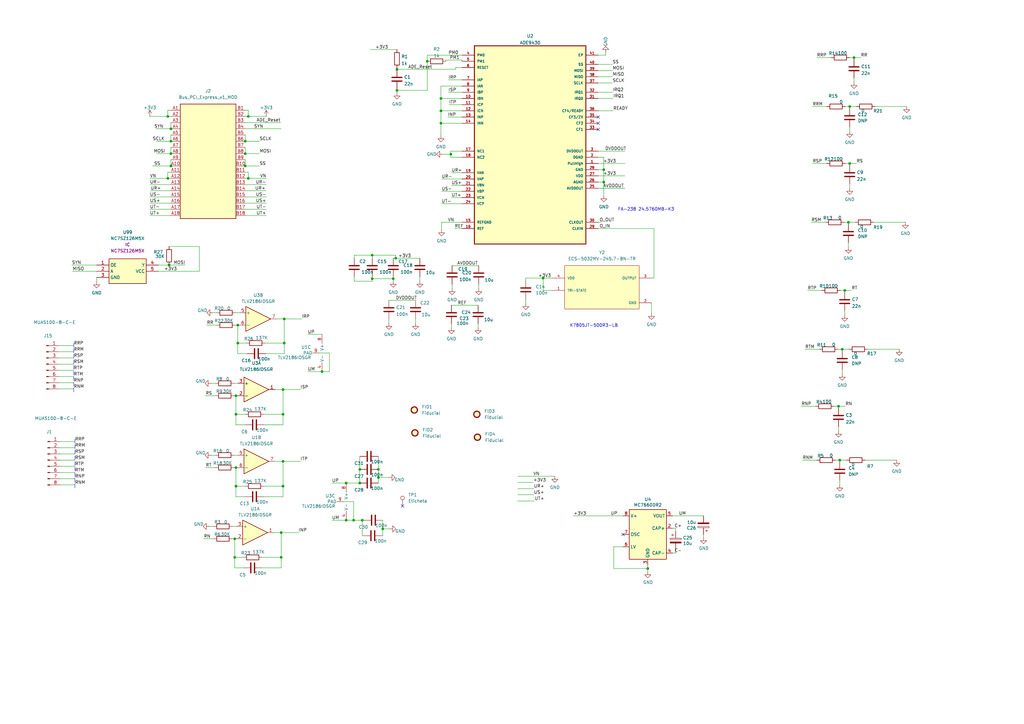
<source format=kicad_sch>
(kicad_sch (version 20211123) (generator eeschema)
  (paper "A3")
  (title_block (title "ADE Interface") (rev "4.0") (company "Delta Electronics SRL"))
  (junction (at 96.774 199.39))
  (junction (at 222.758 114.046))
  (junction (at 348.488 67.056))
  (junction (at 96.774 169.926))
  (junction (at 116.586 130.81))
  (junction (at 184.912 63.246))
  (junction (at 145.034 213.36))
  (junction (at 115.316 228.6))
  (junction (at 68.834 73.152))
  (junction (at 347.98 91.186))
  (junction (at 343.916 166.624))
  (junction (at 101.854 73.152))
  (junction (at 141.986 198.12))
  (junction (at 97.536 133.35))
  (junction (at 141.986 213.36))
  (junction (at 70.104 68.072))
  (junction (at 116.586 140.716))
  (junction (at 96.774 162.306))
  (junction (at 96.774 191.77))
  (junction (at 116.078 189.23))
  (junction (at 100.584 62.992))
  (junction (at 100.584 68.072))
  (junction (at 70.104 62.992))
  (junction (at 148.59 213.36))
  (junction (at 96.266 220.98))
  (junction (at 101.854 47.752))
  (junction (at 346.456 119.126))
  (junction (at 348.488 43.688))
  (junction (at 152.654 114.3))
  (junction (at 180.848 45.466))
  (junction (at 161.29 114.3))
  (junction (at 155.194 195.834))
  (junction (at 247.65 74.676))
  (junction (at 115.316 218.44))
  (junction (at 350.266 23.622))
  (junction (at 344.424 188.722))
  (junction (at 70.104 52.832))
  (junction (at 96.266 228.6))
  (junction (at 147.574 198.12))
  (junction (at 162.306 105.918))
  (junction (at 68.834 47.752))
  (junction (at 162.814 37.084))
  (junction (at 265.684 233.172))
  (junction (at 180.848 40.386))
  (junction (at 70.104 57.912))
  (junction (at 175.26 25.146))
  (junction (at 116.078 199.39))
  (junction (at 247.65 69.596))
  (junction (at 100.584 57.912))
  (junction (at 345.44 143.256))
  (junction (at 156.972 216.916))
  (junction (at 97.536 140.716))
  (junction (at 116.078 169.926))
  (junction (at 155.194 192.532))
  (junction (at 180.848 50.546))
  (junction (at 69.342 108.712))
  (junction (at 162.814 28.448))
  (junction (at 152.654 104.648))
  (junction (at 147.574 192.532))
  (junction (at 132.08 152.4))
  (junction (at 116.078 159.766))
  (no_connect (at 245.364 53.086))
  (no_connect (at 245.364 48.006))
  (no_connect (at 245.364 50.546))
  (no_connect (at 165.1 207.518))
  (no_connect (at 255.524 219.202))
  (wire (pts (xy 39.624 113.792) (xy 39.624 115.57)))
  (wire (pts (xy 245.364 69.596) (xy 247.65 69.596)))
  (wire (pts (xy 147.574 187.198) (xy 147.574 192.532)))
  (wire (pts (xy 347.98 99.568) (xy 347.98 101.346)))
  (wire (pts (xy 268.224 114.046) (xy 267.208 114.046)))
  (wire (pts (xy 184.912 63.246) (xy 181.61 63.246)))
  (wire (pts (xy 155.194 195.834) (xy 155.194 198.12)))
  (wire (pts (xy 70.104 55.372) (xy 70.104 57.912)))
  (wire (pts (xy 24.13 141.732) (xy 30.226 141.732)))
  (wire (pts (xy 108.966 145.034) (xy 116.586 145.034)))
  (wire (pts (xy 83.566 220.98) (xy 87.63 220.98)))
  (wire (pts (xy 275.844 226.822) (xy 277.114 226.822)))
  (wire (pts (xy 347.98 91.186) (xy 350.774 91.186)))
  (wire (pts (xy 162.306 105.918) (xy 172.212 105.918)))
  (wire (pts (xy 70.104 50.292) (xy 70.104 52.832)))
  (wire (pts (xy 159.512 130.81) (xy 159.512 132.588)))
  (wire (pts (xy 109.22 88.392) (xy 100.584 88.392)))
  (wire (pts (xy 24.13 156.972) (xy 30.226 156.972)))
  (wire (pts (xy 84.328 191.77) (xy 88.392 191.77)))
  (wire (pts (xy 255.524 224.282) (xy 251.714 224.282)))
  (wire (pts (xy 245.364 91.186) (xy 246.38 91.186)))
  (wire (pts (xy 100.584 199.39) (xy 96.774 199.39)))
  (wire (pts (xy 101.092 140.716) (xy 97.536 140.716)))
  (wire (pts (xy 181.102 73.406) (xy 189.484 73.406)))
  (wire (pts (xy 156.972 216.916) (xy 159.766 216.916)))
  (wire (pts (xy 81.788 101.092) (xy 81.788 111.252)))
  (polyline (pts (xy 30.734 180.086) (xy 30.734 200.152)))
  (wire (pts (xy 347.98 91.186) (xy 347.98 91.948)))
  (wire (pts (xy 348.488 67.056) (xy 351.282 67.056)))
  (wire (pts (xy 140.716 205.74) (xy 145.034 205.74)))
  (wire (pts (xy 189.484 24.638) (xy 189.484 25.146)))
  (wire (pts (xy 267.208 124.206) (xy 267.208 128.524)))
  (wire (pts (xy 346.456 119.126) (xy 349.25 119.126)))
  (wire (pts (xy 182.88 25.146) (xy 182.88 24.638)))
  (wire (pts (xy 345.44 143.256) (xy 345.44 144.018)))
  (wire (pts (xy 247.65 64.516) (xy 245.364 64.516)))
  (wire (pts (xy 172.212 113.538) (xy 172.212 115.316)))
  (wire (pts (xy 335.026 23.622) (xy 340.868 23.622)))
  (wire (pts (xy 64.008 57.912) (xy 70.104 57.912)))
  (wire (pts (xy 108.966 78.232) (xy 100.584 78.232)))
  (wire (pts (xy 116.586 140.716) (xy 116.586 130.81)))
  (wire (pts (xy 247.65 69.596) (xy 247.65 74.676)))
  (wire (pts (xy 346.202 91.186) (xy 347.98 91.186)))
  (wire (pts (xy 145.034 205.74) (xy 145.034 213.36)))
  (wire (pts (xy 24.638 198.882) (xy 30.734 198.882)))
  (wire (pts (xy 149.098 219.71) (xy 148.59 219.71)))
  (wire (pts (xy 115.316 52.832) (xy 100.584 52.832)))
  (wire (pts (xy 170.434 130.81) (xy 170.434 132.588)))
  (wire (pts (xy 96.266 232.918) (xy 99.822 232.918)))
  (wire (pts (xy 115.316 232.918) (xy 115.316 228.6)))
  (wire (pts (xy 96.266 232.918) (xy 96.266 228.6)))
  (wire (pts (xy 344.424 188.722) (xy 344.424 189.484)))
  (wire (pts (xy 189.484 48.006) (xy 183.642 48.006)))
  (wire (pts (xy 348.488 23.622) (xy 350.266 23.622)))
  (wire (pts (xy 29.464 108.712) (xy 39.624 108.712)))
  (wire (pts (xy 343.916 166.624) (xy 343.916 167.386)))
  (wire (pts (xy 96.774 162.306) (xy 97.536 162.306)))
  (wire (pts (xy 135.128 152.4) (xy 132.08 152.4)))
  (wire (pts (xy 196.342 116.586) (xy 196.342 118.364)))
  (wire (pts (xy 342.646 188.722) (xy 344.424 188.722)))
  (wire (pts (xy 68.834 47.752) (xy 70.104 47.752)))
  (wire (pts (xy 245.364 26.416) (xy 251.206 26.416)))
  (wire (pts (xy 24.638 188.722) (xy 30.734 188.722)))
  (wire (pts (xy 29.718 111.252) (xy 39.624 111.252)))
  (wire (pts (xy 24.13 159.512) (xy 30.226 159.512)))
  (wire (pts (xy 108.204 169.926) (xy 116.078 169.926)))
  (wire (pts (xy 161.29 114.3) (xy 161.29 115.316)))
  (wire (pts (xy 344.424 197.104) (xy 344.424 198.882)))
  (wire (pts (xy 65.024 108.712) (xy 69.342 108.712)))
  (wire (pts (xy 24.638 193.802) (xy 30.734 193.802)))
  (wire (pts (xy 68.834 73.152) (xy 70.104 73.152)))
  (wire (pts (xy 329.184 188.722) (xy 335.026 188.722)))
  (wire (pts (xy 350.266 23.622) (xy 353.06 23.622)))
  (wire (pts (xy 116.078 174.244) (xy 116.078 169.926)))
  (wire (pts (xy 107.442 228.6) (xy 115.316 228.6)))
  (wire (pts (xy 151.892 20.32) (xy 162.814 20.32)))
  (wire (pts (xy 100.584 50.292) (xy 115.062 50.292)))
  (wire (pts (xy 212.344 195.326) (xy 227.584 195.326)))
  (wire (pts (xy 69.342 101.092) (xy 81.788 101.092)))
  (wire (pts (xy 84.836 133.35) (xy 88.9 133.35)))
  (wire (pts (xy 215.646 114.046) (xy 215.646 115.062)))
  (wire (pts (xy 108.204 203.708) (xy 116.078 203.708)))
  (wire (pts (xy 180.848 45.466) (xy 189.484 45.466)))
  (wire (pts (xy 277.114 216.662) (xy 277.114 217.932)))
  (wire (pts (xy 97.536 145.034) (xy 97.536 140.716)))
  (wire (pts (xy 162.814 27.94) (xy 162.814 28.448)))
  (wire (pts (xy 109.22 73.152) (xy 101.854 73.152)))
  (wire (pts (xy 147.574 192.532) (xy 147.574 198.12)))
  (wire (pts (xy 245.364 93.726) (xy 268.224 93.726)))
  (wire (pts (xy 61.468 85.852) (xy 70.104 85.852)))
  (wire (pts (xy 96.774 174.244) (xy 100.584 174.244)))
  (wire (pts (xy 180.848 50.546) (xy 189.484 50.546)))
  (wire (pts (xy 189.484 91.186) (xy 181.102 91.186)))
  (wire (pts (xy 152.654 114.3) (xy 161.29 114.3)))
  (wire (pts (xy 70.104 65.532) (xy 70.104 68.072)))
  (wire (pts (xy 328.676 166.624) (xy 334.518 166.624)))
  (wire (pts (xy 101.854 47.752) (xy 100.584 47.752)))
  (wire (pts (xy 182.88 24.638) (xy 189.484 24.638)))
  (wire (pts (xy 189.484 61.976) (xy 184.912 61.976)))
  (wire (pts (xy 180.848 40.386) (xy 180.848 45.466)))
  (wire (pts (xy 185.166 125.222) (xy 196.088 125.222)))
  (wire (pts (xy 141.986 198.12) (xy 147.574 198.12)))
  (wire (pts (xy 185.166 81.026) (xy 189.484 81.026)))
  (wire (pts (xy 245.364 45.466) (xy 251.46 45.466)))
  (wire (pts (xy 116.586 145.034) (xy 116.586 140.716)))
  (wire (pts (xy 65.024 111.252) (xy 81.788 111.252)))
  (wire (pts (xy 108.204 199.39) (xy 116.078 199.39)))
  (wire (pts (xy 96.266 228.6) (xy 96.266 220.98)))
  (wire (pts (xy 115.316 218.44) (xy 122.428 218.44)))
  (wire (pts (xy 70.104 70.612) (xy 68.834 70.612)))
  (polyline (pts (xy 30.226 160.782) (xy 30.226 160.782)))
  (wire (pts (xy 332.74 91.186) (xy 338.582 91.186)))
  (wire (pts (xy 185.42 108.966) (xy 196.342 108.966)))
  (wire (pts (xy 215.646 122.682) (xy 215.646 124.46)))
  (wire (pts (xy 247.65 74.676) (xy 247.65 80.264)))
  (wire (pts (xy 245.364 74.676) (xy 247.65 74.676)))
  (wire (pts (xy 96.774 174.244) (xy 96.774 169.926)))
  (wire (pts (xy 275.844 211.582) (xy 288.544 211.582)))
  (wire (pts (xy 88.392 157.226) (xy 86.614 157.226)))
  (wire (pts (xy 108.204 174.244) (xy 116.078 174.244)))
  (wire (pts (xy 245.364 31.496) (xy 251.206 31.496)))
  (wire (pts (xy 350.266 32.004) (xy 350.266 33.782)))
  (wire (pts (xy 189.484 27.686) (xy 186.944 27.686)))
  (wire (pts (xy 61.468 75.692) (xy 70.104 75.692)))
  (wire (pts (xy 24.638 181.102) (xy 30.734 181.102)))
  (wire (pts (xy 248.412 22.606) (xy 248.412 21.59)))
  (wire (pts (xy 348.488 75.438) (xy 348.488 77.216)))
  (wire (pts (xy 344.424 188.722) (xy 347.218 188.722)))
  (wire (pts (xy 212.344 197.866) (xy 218.694 197.866)))
  (wire (pts (xy 132.08 137.16) (xy 126.238 137.16)))
  (wire (pts (xy 155.194 192.532) (xy 155.194 195.834)))
  (wire (pts (xy 348.488 43.688) (xy 348.488 44.45)))
  (wire (pts (xy 61.468 80.772) (xy 70.104 80.772)))
  (wire (pts (xy 61.468 88.392) (xy 70.104 88.392)))
  (wire (pts (xy 186.944 28.448) (xy 162.814 28.448)))
  (wire (pts (xy 162.814 28.448) (xy 162.814 28.702)))
  (wire (pts (xy 68.834 70.612) (xy 68.834 73.152)))
  (wire (pts (xy 186.944 27.686) (xy 186.944 28.448)))
  (wire (pts (xy 141.986 213.36) (xy 136.144 213.36)))
  (wire (pts (xy 181.102 91.186) (xy 181.102 94.234)))
  (wire (pts (xy 109.22 75.692) (xy 100.584 75.692)))
  (wire (pts (xy 355.854 143.256) (xy 368.808 143.256)))
  (wire (pts (xy 96.774 203.708) (xy 96.774 199.39)))
  (wire (pts (xy 180.848 35.306) (xy 180.848 40.386)))
  (wire (pts (xy 162.814 36.322) (xy 162.814 37.084)))
  (wire (pts (xy 100.584 45.212) (xy 101.854 45.212)))
  (wire (pts (xy 116.586 130.81) (xy 123.698 130.81)))
  (wire (pts (xy 64.262 62.992) (xy 70.104 62.992)))
  (wire (pts (xy 189.484 64.516) (xy 184.912 64.516)))
  (wire (pts (xy 185.166 132.842) (xy 185.166 134.366)))
  (wire (pts (xy 101.854 70.612) (xy 101.854 73.152)))
  (wire (pts (xy 148.59 213.36) (xy 148.59 219.71)))
  (wire (pts (xy 344.678 119.126) (xy 346.456 119.126)))
  (wire (pts (xy 245.364 34.036) (xy 251.206 34.036)))
  (wire (pts (xy 148.59 213.36) (xy 149.352 213.36)))
  (wire (pts (xy 346.71 43.688) (xy 348.488 43.688)))
  (wire (pts (xy 97.536 145.034) (xy 101.346 145.034)))
  (wire (pts (xy 180.848 40.386) (xy 189.484 40.386)))
  (wire (pts (xy 161.29 113.538) (xy 161.29 114.3)))
  (wire (pts (xy 132.08 152.4) (xy 126.238 152.4)))
  (wire (pts (xy 226.568 114.046) (xy 222.758 114.046)))
  (wire (pts (xy 185.166 70.866) (xy 189.484 70.866)))
  (wire (pts (xy 155.194 195.834) (xy 159.512 195.834)))
  (wire (pts (xy 186.436 93.726) (xy 189.484 93.726)))
  (wire (pts (xy 184.912 61.976) (xy 184.912 63.246)))
  (wire (pts (xy 109.22 47.752) (xy 101.854 47.752)))
  (wire (pts (xy 115.316 228.6) (xy 115.316 218.44)))
  (wire (pts (xy 189.484 35.306) (xy 180.848 35.306)))
  (wire (pts (xy 96.012 162.306) (xy 96.774 162.306)))
  (wire (pts (xy 212.344 202.946) (xy 218.948 202.946)))
  (wire (pts (xy 24.638 196.342) (xy 30.734 196.342)))
  (wire (pts (xy 24.13 146.812) (xy 30.226 146.812)))
  (wire (pts (xy 343.916 175.006) (xy 343.916 176.784)))
  (wire (pts (xy 24.638 191.262) (xy 30.734 191.262)))
  (wire (pts (xy 109.22 83.312) (xy 100.584 83.312)))
  (wire (pts (xy 180.848 50.546) (xy 180.848 55.626)))
  (wire (pts (xy 156.972 213.36) (xy 156.972 216.916)))
  (wire (pts (xy 185.166 75.946) (xy 189.484 75.946)))
  (wire (pts (xy 145.288 105.918) (xy 145.288 104.648)))
  (wire (pts (xy 101.854 73.152) (xy 100.584 73.152)))
  (wire (pts (xy 346.456 127.508) (xy 346.456 129.286)))
  (wire (pts (xy 87.63 215.9) (xy 85.852 215.9)))
  (wire (pts (xy 100.584 62.992) (xy 106.426 62.992)))
  (wire (pts (xy 343.662 143.256) (xy 345.44 143.256)))
  (wire (pts (xy 61.722 78.232) (xy 70.104 78.232)))
  (polyline (pts (xy 30.734 200.152) (xy 30.734 200.152)))
  (wire (pts (xy 70.104 45.212) (xy 68.834 45.212)))
  (wire (pts (xy 212.344 200.406) (xy 218.948 200.406)))
  (wire (pts (xy 189.484 32.766) (xy 183.896 32.766)))
  (wire (pts (xy 245.364 72.136) (xy 256.286 72.136)))
  (wire (pts (xy 145.288 104.648) (xy 152.654 104.648)))
  (wire (pts (xy 350.266 23.622) (xy 350.266 24.384)))
  (wire (pts (xy 100.584 70.612) (xy 101.854 70.612)))
  (wire (pts (xy 68.834 45.212) (xy 68.834 47.752)))
  (wire (pts (xy 96.774 203.708) (xy 100.584 203.708)))
  (wire (pts (xy 265.684 231.902) (xy 265.684 233.172)))
  (wire (pts (xy 235.204 211.582) (xy 255.524 211.582)))
  (wire (pts (xy 345.44 151.638) (xy 345.44 153.416)))
  (wire (pts (xy 113.538 130.81) (xy 116.586 130.81)))
  (wire (pts (xy 100.584 57.912) (xy 106.426 57.912)))
  (wire (pts (xy 162.814 37.084) (xy 162.814 38.1)))
  (wire (pts (xy 245.364 61.976) (xy 256.286 61.976)))
  (wire (pts (xy 152.654 105.918) (xy 152.654 104.648)))
  (wire (pts (xy 24.638 186.182) (xy 30.734 186.182)))
  (wire (pts (xy 107.442 232.918) (xy 115.316 232.918)))
  (wire (pts (xy 161.29 105.918) (xy 162.306 105.918)))
  (wire (pts (xy 116.078 159.766) (xy 123.19 159.766)))
  (wire (pts (xy 175.26 25.146) (xy 175.26 37.084)))
  (wire (pts (xy 88.9 128.27) (xy 87.376 128.27)))
  (wire (pts (xy 251.714 224.282) (xy 251.714 233.172)))
  (wire (pts (xy 116.078 199.39) (xy 116.078 189.23)))
  (wire (pts (xy 112.268 218.44) (xy 115.316 218.44)))
  (wire (pts (xy 348.488 43.688) (xy 351.282 43.688)))
  (wire (pts (xy 96.52 133.35) (xy 97.536 133.35)))
  (wire (pts (xy 61.468 83.312) (xy 70.104 83.312)))
  (wire (pts (xy 155.194 187.198) (xy 155.194 192.532)))
  (wire (pts (xy 116.078 189.23) (xy 123.19 189.23)))
  (wire (pts (xy 184.15 42.926) (xy 189.484 42.926)))
  (wire (pts (xy 251.714 233.172) (xy 265.684 233.172)))
  (wire (pts (xy 109.22 80.772) (xy 100.584 80.772)))
  (wire (pts (xy 116.078 169.926) (xy 116.078 159.766)))
  (wire (pts (xy 245.364 40.386) (xy 251.46 40.386)))
  (wire (pts (xy 222.758 119.126) (xy 222.758 114.046)))
  (wire (pts (xy 184.912 64.516) (xy 184.912 63.246)))
  (wire (pts (xy 96.774 169.926) (xy 96.774 162.306)))
  (wire (pts (xy 358.394 91.186) (xy 371.348 91.186)))
  (wire (pts (xy 348.488 52.07) (xy 348.488 53.848)))
  (wire (pts (xy 185.42 116.586) (xy 185.42 118.364)))
  (wire (pts (xy 99.822 228.6) (xy 96.266 228.6)))
  (wire (pts (xy 112.776 189.23) (xy 116.078 189.23)))
  (wire (pts (xy 101.854 45.212) (xy 101.854 47.752)))
  (wire (pts (xy 348.488 67.056) (xy 348.488 67.818)))
  (wire (pts (xy 141.986 198.12) (xy 136.144 198.12)))
  (wire (pts (xy 226.568 119.126) (xy 222.758 119.126)))
  (wire (pts (xy 145.034 213.36) (xy 148.59 213.36)))
  (wire (pts (xy 346.456 119.126) (xy 346.456 119.888)))
  (wire (pts (xy 354.838 188.722) (xy 367.792 188.722)))
  (wire (pts (xy 61.468 47.752) (xy 68.834 47.752)))
  (wire (pts (xy 181.102 78.486) (xy 189.484 78.486)))
  (wire (pts (xy 62.484 68.072) (xy 70.104 68.072)))
  (wire (pts (xy 152.654 114.3) (xy 152.654 115.316)))
  (wire (pts (xy 183.896 37.846) (xy 189.484 37.846)))
  (wire (pts (xy 109.22 85.852) (xy 100.584 85.852)))
  (wire (pts (xy 343.916 166.624) (xy 346.71 166.624)))
  (wire (pts (xy 152.654 104.648) (xy 162.306 104.648)))
  (wire (pts (xy 100.584 68.072) (xy 106.426 68.072)))
  (wire (pts (xy 100.584 65.532) (xy 100.584 68.072)))
  (wire (pts (xy 108.712 140.716) (xy 116.586 140.716)))
  (wire (pts (xy 346.71 67.056) (xy 348.488 67.056)))
  (wire (pts (xy 96.774 191.77) (xy 97.536 191.77)))
  (wire (pts (xy 288.544 219.202) (xy 288.544 220.472)))
  (wire (pts (xy 333.248 43.688) (xy 339.09 43.688)))
  (wire (pts (xy 345.44 143.256) (xy 348.234 143.256)))
  (wire (pts (xy 245.364 37.846) (xy 251.206 37.846)))
  (wire (pts (xy 24.13 144.272) (xy 30.226 144.272)))
  (wire (pts (xy 84.328 162.306) (xy 88.392 162.306)))
  (wire (pts (xy 212.344 205.486) (xy 219.202 205.486)))
  (wire (pts (xy 277.114 226.822) (xy 277.114 225.552)))
  (wire (pts (xy 97.536 133.35) (xy 98.298 133.35)))
  (wire (pts (xy 265.684 233.172) (xy 265.684 234.442)))
  (wire (pts (xy 333.248 67.056) (xy 339.09 67.056)))
  (wire (pts (xy 96.52 128.27) (xy 98.298 128.27)))
  (wire (pts (xy 268.224 93.726) (xy 268.224 114.046)))
  (wire (pts (xy 196.088 132.842) (xy 196.088 134.366)))
  (wire (pts (xy 95.25 220.98) (xy 96.266 220.98)))
  (wire (pts (xy 96.012 191.77) (xy 96.774 191.77)))
  (wire (pts (xy 162.814 37.084) (xy 175.26 37.084)))
  (wire (pts (xy 152.654 113.538) (xy 152.654 114.3)))
  (wire (pts (xy 100.584 60.452) (xy 100.584 62.992)))
  (wire (pts (xy 112.776 159.766) (xy 116.078 159.766)))
  (wire (pts (xy 245.364 77.216) (xy 256.286 77.216)))
  (wire (pts (xy 100.584 169.926) (xy 96.774 169.926)))
  (wire (pts (xy 24.638 183.642) (xy 30.734 183.642)))
  (wire (pts (xy 156.972 219.71) (xy 156.718 219.71)))
  (wire (pts (xy 222.758 114.046) (xy 215.646 114.046)))
  (wire (pts (xy 69.342 108.712) (xy 75.946 108.712)))
  (wire (pts (xy 145.288 113.538) (xy 145.288 115.316)))
  (wire (pts (xy 189.484 22.606) (xy 175.26 22.606)))
  (wire (pts (xy 145.034 213.36) (xy 141.986 213.36)))
  (wire (pts (xy 275.844 216.662) (xy 277.114 216.662)))
  (wire (pts (xy 61.468 73.152) (xy 68.834 73.152)))
  (wire (pts (xy 95.25 215.9) (xy 97.028 215.9)))
  (wire (pts (xy 24.13 154.432) (xy 30.226 154.432)))
  (wire (pts (xy 331.216 119.126) (xy 337.058 119.126)))
  (wire (pts (xy 130.81 144.78) (xy 135.128 144.78)))
  (wire (pts (xy 162.306 104.648) (xy 162.306 105.918)))
  (wire (pts (xy 24.13 149.352) (xy 30.226 149.352)))
  (wire (pts (xy 175.26 22.606) (xy 175.26 25.146)))
  (wire (pts (xy 342.138 166.624) (xy 343.916 166.624)))
  (wire (pts (xy 156.972 216.916) (xy 156.972 219.71)))
  (wire (pts (xy 97.536 140.716) (xy 97.536 133.35)))
  (wire (pts (xy 135.128 144.78) (xy 135.128 152.4)))
  (wire (pts (xy 96.266 220.98) (xy 97.028 220.98)))
  (wire (pts (xy 180.848 45.466) (xy 180.848 50.546)))
  (wire (pts (xy 116.078 203.708) (xy 116.078 199.39)))
  (wire (pts (xy 245.364 67.056) (xy 256.286 67.056)))
  (wire (pts (xy 247.65 64.516) (xy 247.65 69.596)))
  (wire (pts (xy 152.654 115.316) (xy 145.288 115.316)))
  (wire (pts (xy 70.104 60.452) (xy 70.104 62.992)))
  (wire (pts (xy 330.2 143.256) (xy 336.042 143.256)))
  (wire (pts (xy 245.364 28.956) (xy 251.206 28.956)))
  (wire (pts (xy 88.392 186.69) (xy 86.614 186.69)))
  (wire (pts (xy 96.012 186.69) (xy 97.536 186.69)))
  (wire (pts (xy 64.008 52.832) (xy 70.104 52.832)))
  (wire (pts (xy 245.364 22.606) (xy 248.412 22.606)))
  (wire (pts (xy 24.13 151.892) (xy 30.226 151.892)))
  (polyline (pts (xy 30.226 140.716) (xy 30.226 160.782)))
  (wire (pts (xy 358.902 43.688) (xy 371.856 43.688)))
  (wire (pts (xy 181.102 83.566) (xy 189.484 83.566)))
  (wire (pts (xy 100.584 55.372) (xy 100.584 57.912)))
  (wire (pts (xy 159.512 123.19) (xy 170.434 123.19)))
  (wire (pts (xy 96.774 199.39) (xy 96.774 191.77)))
  (wire (pts (xy 96.012 157.226) (xy 97.536 157.226)))
  (text "FA-238 24.5760MB-K3" (at 253.4158 86.7156 0) (effects (font (size 1.27 1.27)) (justify left bottom)))
  (text "K7805JT-500R3-LB" (at 233.68 134.366 0) (effects (font (size 1.27 1.27)) (justify left bottom)))
  (label "+3V3" (at 220.726 114.046 0))
  (label "C-" (at 276.606 226.822 0))
  (label "RSP" (at 30.734 186.182 0))
  (label "RS" (at 351.282 67.056 0))
  (label "RRM" (at 30.226 144.272 0))
  (label "UM" (at 278.384 211.582 0))
  (label "RRM" (at 30.734 183.642 0))
  (label "INP" (at 122.428 218.44 0))
  (label "RNM" (at 30.226 159.512 0))
  (label "US+" (at 109.22 83.312 180))
  (label "SYN" (at 29.464 108.712 0))
  (label "+3V3" (at 218.694 197.866 0))
  (label "RTP" (at 331.216 119.126 0))
  (label "SCLK" (at 67.564 57.912 180))
  (label "US-" (at 181.102 78.486 0))
  (label "REF" (at 186.436 93.726 0))
  (label "US-" (at 109.22 80.772 180))
  (label "RSM" (at 30.734 188.722 0))
  (label "RNP" (at 328.676 166.624 0))
  (label "O_OUT" (at 245.872 91.186 0))
  (label "SCLK" (at 251.206 34.036 0))
  (label "UP" (at 136.144 198.12 0))
  (label "MOSI" (at 251.206 28.956 0))
  (label "UR-" (at 181.102 73.406 0))
  (label "+3V3" (at 163.322 105.918 0))
  (label "PM0" (at 183.896 22.606 0))
  (label "RR" (at 84.836 133.35 0))
  (label "RSM" (at 30.226 149.352 0))
  (label "VN" (at 218.694 195.326 0))
  (label "MOSI" (at 67.818 62.992 180))
  (label "SCLK" (at 106.426 57.912 0))
  (label "REF" (at 187.706 125.222 0))
  (label "PM1" (at 184.404 24.638 0))
  (label "+3V3" (at 235.204 211.582 0))
  (label "VN" (at 109.22 73.152 180))
  (label "RNM" (at 329.184 188.722 0))
  (label "DVDDOUT" (at 248.158 61.976 0))
  (label "VN" (at 183.642 91.186 0))
  (label "SYN" (at 67.056 52.832 180))
  (label "RNP" (at 30.226 156.972 0))
  (label "+3V3" (at 247.396 67.056 0))
  (label "+3V3" (at 247.396 72.136 0))
  (label "RTP" (at 30.734 191.262 0))
  (label "SS" (at 106.426 68.072 0))
  (label "UP" (at 250.444 211.582 0))
  (label "UT+" (at 185.166 81.026 0))
  (label "RN" (at 346.71 166.624 0))
  (label "ITP" (at 123.19 189.23 0))
  (label "RTP" (at 30.226 151.892 0))
  (label "MISO" (at 251.206 31.496 0))
  (label "RNM" (at 30.734 198.882 0))
  (label "RSP" (at 333.248 67.056 0))
  (label "AVDDOUT" (at 187.452 108.966 0))
  (label "US+" (at 218.948 202.946 0))
  (label "MOSI" (at 106.426 62.992 0))
  (label "IRQ1" (at 251.46 40.386 0))
  (label "RRM" (at 333.248 43.688 0))
  (label "RS" (at 84.328 162.306 0))
  (label "C+" (at 276.606 216.662 0))
  (label "RRP" (at 30.226 141.732 0))
  (label "UR-" (at 61.468 75.692 0))
  (label "UT-" (at 61.468 85.852 0))
  (label "O_IN" (at 245.872 93.726 0))
  (label "UT+" (at 109.22 88.392 180))
  (label "UT+" (at 61.468 88.392 0))
  (label "RSM" (at 332.74 91.186 0))
  (label "RN" (at 83.566 220.98 0))
  (label "SS" (at 65.786 68.072 180))
  (label "UT-" (at 181.102 83.566 0))
  (label "UP" (at 126.238 137.16 0))
  (label "AVDDOUT" (at 247.396 77.216 0))
  (label "UT+" (at 219.202 205.486 0))
  (label "US+" (at 185.166 75.946 0))
  (label "DVDDOUT" (at 162.306 123.19 0))
  (label "VN" (at 61.468 73.152 0))
  (label "RRP" (at 335.026 23.622 0))
  (label "RTM" (at 30.226 154.432 0))
  (label "US+" (at 61.468 83.312 0))
  (label "RTM" (at 30.734 193.802 0))
  (label "IRQ2" (at 251.206 37.846 0))
  (label "ISP" (at 183.896 37.846 0))
  (label "US-" (at 61.468 80.772 0))
  (label "SS" (at 251.206 26.416 0))
  (label "READY" (at 251.46 45.466 0))
  (label "+3V3" (at 67.31 111.252 0))
  (label "SYN" (at 104.14 52.832 0))
  (label "UR+" (at 218.948 200.406 0))
  (label "UR+" (at 61.722 78.232 0))
  (label "MOSI" (at 75.946 108.712 180))
  (label "RT" (at 84.328 191.77 0))
  (label "UM" (at 126.238 152.4 0))
  (label "+3V3" (at 153.924 20.32 0))
  (label "RRP" (at 30.734 181.102 0))
  (label "IRP" (at 123.698 130.81 0))
  (label "RNP" (at 30.734 196.342 0))
  (label "ADE_Reset" (at 167.386 28.448 0))
  (label "ADE_Reset" (at 115.062 50.292 180))
  (label "UM" (at 136.144 213.36 0))
  (label "UR-" (at 109.22 75.692 180))
  (label "RSP" (at 30.226 146.812 0))
  (label "MISO" (at 29.718 111.252 0))
  (label "RT" (at 349.25 119.126 0))
  (label "INP" (at 183.642 48.006 0))
  (label "RTM" (at 330.2 143.256 0))
  (label "ISP" (at 123.19 159.766 0))
  (label "RR" (at 353.06 23.622 0))
  (label "UT-" (at 109.22 85.852 180))
  (label "UR+" (at 185.166 70.866 0))
  (label "IRP" (at 183.896 32.766 0))
  (label "ITP" (at 184.15 42.926 0))
  (label "UR+" (at 108.966 78.232 180))
  (symbol (lib_id "power:GND") (at 159.512 195.834 90) (unit 1)
    (property "Reference" "#PWR03" (effects hide))
    (property "Value" "GND" (at 163.8554 196.7738 90))
  )
  (symbol (lib_id "Connector:TestPoint") (at 165.1 207.518 0) (unit 1)
    (property "Reference" "TP1" (at 167.386 202.9459 0) (effects (justify left)))
    (property "Value" "Eticheta" (at 167.386 205.4859 0) (effects (justify left)))
    (property "Footprint" "Symbol:Eticheta" (effects hide))
  )
  (symbol (lib_id "power:GND") (at 172.212 115.316 0) (mirror y) (unit 1)
    (property "Reference" "#PWR0157" (effects hide))
    (property "Value" "GND" (at 172.212 119.8785 0))
  )
  (symbol (lib_id "Device:C") (at 103.632 232.918 270) (unit 1)
    (property "Reference" "C5" (at 99.4918 235.7374 90))
    (property "Value" "100n" (at 106.8578 235.1024 90))
    (property "Footprint" "Capacitor_SMD:C_0402_1005Metric" (effects hide))
  )
  (symbol (lib_id "power:GND") (at 348.488 53.848 0) (unit 1)
    (property "Reference" "#PWR09" (effects hide))
    (property "Value" "GND" (at 348.488 58.4105 0))
  )
  (symbol (lib_id "Device:C") (at 105.156 145.034 270) (unit 1)
    (property "Reference" "C16" (at 101.0158 147.8534 90))
    (property "Value" "100n" (at 108.3818 147.2184 90))
    (property "Footprint" "Capacitor_SMD:C_0402_1005Metric" (effects hide))
  )
  (symbol (lib_name "OPA2134_1") (lib_id "Amplifier_Operational:OPA2134") (at 134.62 144.78 0) (unit 3)
    (property "Reference" "U1" (at 127.5588 142.3924 0) (effects (justify right)))
    (property "Value" "TLV2186IDSGR" (at 127.6351 146.6466 0) (effects (justify right)))
    (property "Footprint" "Package_SON:WSON-8-1EP_2x2mm_P0.5mm_EP0.9x1.6mm_ThermalVias" (effects hide))
    (property "Datasheet" "http://www.ti.com/lit/ds/symlink/opa134.pdf" (effects hide))
  )
  (symbol (lib_id "power:GND") (at 85.852 215.9 270) (unit 1)
    (property "Reference" "#PWR010" (effects hide))
    (property "Value" "GND" (at 81.5086 214.9602 90))
  )
  (symbol (lib_id "Device:R") (at 351.028 188.722 90) (unit 1)
    (property "Reference" "R7" (at 355.6 191.262 90) (effects (justify right)))
    (property "Value" "0" (at 349.1614 190.5 90) (effects (justify right)))
    (property "Footprint" "Resistor_SMD:R_0402_1005Metric" (effects hide))
  )
  (symbol (lib_id "Device:C") (at 152.908 219.71 270) (unit 1)
    (property "Reference" "C29" (at 148.7678 222.5294 90))
    (property "Value" "100n" (at 156.1338 221.8944 90))
    (property "Footprint" "Capacitor_SMD:C_0402_1005Metric" (effects hide))
  )
  (symbol (lib_id "Device:R") (at 92.71 128.27 270) (unit 1)
    (property "Reference" "R20" (at 91.8015 126.492 90) (effects (justify right)))
    (property "Value" "0" (at 94.5766 126.492 90) (effects (justify right)))
    (property "Footprint" "Resistor_SMD:R_0402_1005Metric" (effects hide))
  )
  (symbol (lib_id "Device:C") (at 145.288 109.728 0) (unit 1)
    (property "Reference" "C2" (at 147.3454 107.2388 0) (effects (justify left)))
    (property "Value" "100n" (at 148.209 111.5946 0) (effects (justify left)))
    (property "Footprint" "Capacitor_SMD:C_0603_1608Metric" (effects hide))
  )
  (symbol (lib_name "OPA2134_1") (lib_id "Amplifier_Operational:OPA2134") (at 144.526 205.74 0) (unit 3)
    (property "Reference" "U3" (at 137.4648 203.3524 0) (effects (justify right)))
    (property "Value" "TLV2186IDSGR" (at 137.5411 207.6066 0) (effects (justify right)))
    (property "Footprint" "Package_SON:WSON-8-1EP_2x2mm_P0.5mm_EP0.9x1.6mm_ThermalVias" (effects hide))
    (property "Datasheet" "http://www.ti.com/lit/ds/symlink/opa134.pdf" (effects hide))
  )
  (symbol (lib_id "Device:CP") (at 288.544 215.392 180) (unit 1)
    (property "Reference" "C26" (at 285.5468 216.5604 0) (effects (justify left)))
    (property "Value" "10u" (at 285.5468 214.249 0) (effects (justify left)))
    (property "Footprint" "Capacitor_SMD:C_1206_3216Metric" (effects hide))
  )
  (symbol (lib_id "Buffer3S:NC7SZ126M5X") (at 39.624 108.712 0) (unit 1)
    (property "Reference" "U99" (at 52.324 95.25 0))
    (property "Value" "NC7SZ126M5X" (at 52.324 97.79 0))
    (property "Footprint" "Buffer3S:Buffer3S" (effects hide))
    (property "Reference_1" "IC" (at 52.324 100.33 0))
    (property "Value_1" "NC7SZ126M5X" (at 52.324 102.87 0))
    (property "Footprint_1" "SOT95P280X145-5N" (effects hide))
    (property "Height" "1.45" (effects hide))
    (property "Manufacturer_Name" "onsemi" (effects hide))
    (property "Manufacturer_Part_Number" "NC7SZ126M5X" (effects hide))
    (property "Mouser Part Number" "512-NC7SZ126M5X" (effects hide))
    (property "Mouser Price/Stock" "https://www.mouser.co.uk/ProductDetail/ON-Semiconductor-Fairchild/NC7SZ126M5X?qs=HZXUBxYhOPmLzNTkuMx7Mg%3D%3D" (effects hide))
    (property "Arrow Part Number" "NC7SZ126M5X" (effects hide))
    (property "Arrow Price/Stock" "https://www.arrow.com/en/products/nc7sz126m5x/on-semiconductor?region=nac" (effects hide))
  )
  (symbol (lib_id "Device:CP") (at 277.114 221.742 0) (unit 1)
    (property "Reference" "C25" (at 280.1112 220.5736 0) (effects (justify left)))
    (property "Value" "10u" (at 280.1112 222.885 0) (effects (justify left)))
    (property "Footprint" "Capacitor_SMD:C_1206_3216Metric" (effects hide))
  )
  (symbol (lib_id "Device:R") (at 338.836 188.722 270) (unit 1)
    (property "Reference" "R5" (at 337.9275 186.944 90) (effects (justify right)))
    (property "Value" "0" (at 341.63 186.8424 90) (effects (justify right)))
    (property "Footprint" "Resistor_SMD:R_0402_1005Metric" (effects hide))
  )
  (symbol (lib_id "power:GND") (at 343.916 176.784 0) (unit 1)
    (property "Reference" "#PWR01" (effects hide))
    (property "Value" "GND" (at 343.916 181.3465 0))
  )
  (symbol (lib_id "Device:C") (at 196.088 129.032 0) (mirror y) (unit 1)
    (property "Reference" "C24" (at 193.167 128.1235 0) (effects (justify left)))
    (property "Value" "10u" (at 202.2856 131.0894 0) (effects (justify left)))
    (property "Footprint" "Capacitor_SMD:C_1206_3216Metric" (effects hide))
  )
  (symbol (lib_id "power:GND") (at 215.646 124.46 0) (unit 1)
    (property "Reference" "#PWR0161" (effects hide))
    (property "Value" "GND" (at 215.646 129.0225 0))
  )
  (symbol (lib_id "Device:R") (at 355.092 43.688 90) (unit 1)
    (property "Reference" "R21" (at 358.14 45.466 90) (effects (justify right)))
    (property "Value" "0" (at 353.2254 45.466 90) (effects (justify right)))
    (property "Footprint" "Resistor_SMD:R_0402_1005Metric" (effects hide))
  )
  (symbol (lib_id "Device:R") (at 91.44 220.98 270) (unit 1)
    (property "Reference" "R6" (at 90.5315 219.202 90) (effects (justify right)))
    (property "Value" "30K" (at 94.4626 219.1004 90) (effects (justify right)))
    (property "Footprint" "Resistor_SMD:R_0402_1005Metric" (effects hide))
  )
  (symbol (lib_id "Device:C") (at 346.456 123.698 0) (unit 1)
    (property "Reference" "C7" (at 349.377 122.7895 0) (effects (justify left)))
    (property "Value" "22n" (at 349.377 125.5646 0) (effects (justify left)))
    (property "Footprint" "Capacitor_SMD:C_0402_1005Metric" (effects hide))
  )
  (symbol (lib_id "power:GND") (at 367.792 188.722 0) (unit 1)
    (property "Reference" "#PWR017" (effects hide))
    (property "Value" "GND" (at 367.792 193.2845 0))
  )
  (symbol (lib_id "power:GND") (at 161.29 115.316 0) (unit 1)
    (property "Reference" "#PWR0158" (effects hide))
    (property "Value" "GND" (at 161.29 119.8785 0))
  )
  (symbol (lib_id "Device:R") (at 339.852 143.256 270) (unit 1)
    (property "Reference" "R11" (at 338.9435 141.478 90) (effects (justify right)))
    (property "Value" "0" (at 342.646 141.3764 90) (effects (justify right)))
    (property "Footprint" "Resistor_SMD:R_0402_1005Metric" (effects hide))
  )
  (symbol (lib_id "power:GND") (at 39.624 115.57 0) (unit 1)
    (property "Reference" "#PWR0104" (effects hide))
    (property "Value" "GND" (at 39.624 120.1325 0))
  )
  (symbol (lib_id "Regulator_SwitchedCapacitor:LMC7660") (at 265.684 219.202 0) (unit 1)
    (property "Reference" "U4" (at 265.684 204.8002 0))
    (property "Value" "MC7660DR2" (at 265.684 207.1116 0))
    (property "Footprint" "Package_SO:SO-8_3.9x4.9mm_P1.27mm" (effects hide))
    (property "Datasheet" "http://www.ti.com/lit/ds/symlink/lmc7660.pdf" (effects hide))
  )
  (symbol (lib_id "power:GND") (at 185.42 118.364 0) (unit 1)
    (property "Reference" "#PWR0166" (effects hide))
    (property "Value" "GND" (at 185.42 122.9265 0))
  )
  (symbol (lib_id "power:GND") (at 371.348 91.186 0) (unit 1)
    (property "Reference" "#PWR019" (effects hide))
    (property "Value" "GND" (at 371.348 95.7485 0))
  )
  (symbol (lib_id "ECS-5032:ECS-5032MV-245.7-BN-TR") (at 246.888 116.586 0) (unit 1)
    (property "Reference" "Y2" (at 246.888 103.5812 0))
    (property "Value" "ECS-5032MV-245.7-BN-TR" (at 246.888 106.1212 0))
    (property "Footprint" "Oscillator:OSC_ECS-5032MV-245.7-BN-TR" (effects hide))
  )
  (symbol (lib_id "Amplifier_Operational:OPA2134") (at 105.156 159.766 0) (unit 1)
    (property "Reference" "U3" (at 105.156 148.9456 0))
    (property "Value" "TLV2186IDSGR" (at 105.156 151.4856 0))
    (property "Footprint" "Package_SON:WSON-8-1EP_2x2mm_P0.5mm_EP0.9x1.6mm_ThermalVias" (effects hide))
    (property "Datasheet" "http://www.ti.com/lit/ds/symlink/opa134.pdf" (effects hide))
  )
  (symbol (lib_id "Device:R") (at 92.202 186.69 270) (unit 1)
    (property "Reference" "R16" (at 91.2935 184.912 90) (effects (justify right)))
    (property "Value" "0" (at 94.0686 184.912 90) (effects (justify right)))
    (property "Footprint" "Resistor_SMD:R_0402_1005Metric" (effects hide))
  )
  (symbol (lib_id "Device:R") (at 342.9 43.688 270) (unit 1)
    (property "Reference" "R15" (at 343.662 39.37 90) (effects (justify right)))
    (property "Value" "0" (at 345.694 41.8084 90) (effects (justify right)))
    (property "Footprint" "Resistor_SMD:R_0402_1005Metric" (effects hide))
  )
  (symbol (lib_id "Device:C") (at 151.384 192.532 270) (unit 1)
    (property "Reference" "C27" (at 147.2438 195.3514 90))
    (property "Value" "100n" (at 154.6098 194.7164 90))
    (property "Footprint" "Capacitor_SMD:C_0402_1005Metric" (effects hide))
  )
  (symbol (lib_id "power:+3.3V") (at 61.468 47.752 0) (unit 1)
    (property "Reference" "#PWR011" (effects hide))
    (property "Value" "+3.3V" (at 61.468 44.1475 0))
  )
  (symbol (lib_id "Device:R") (at 338.328 166.624 270) (unit 1)
    (property "Reference" "R4" (at 337.4195 164.846 90) (effects (justify right)))
    (property "Value" "100" (at 341.122 164.7444 90) (effects (justify right)))
    (property "Footprint" "Resistor_SMD:R_0402_1005Metric" (effects hide))
  )
  (symbol (lib_id "power:GND") (at 87.376 128.27 270) (unit 1)
    (property "Reference" "#PWR016" (effects hide))
    (property "Value" "GND" (at 83.0326 127.3302 90))
  )
  (symbol (lib_id "power:GND") (at 86.614 186.69 270) (unit 1)
    (property "Reference" "#PWR015" (effects hide))
    (property "Value" "GND" (at 82.2706 185.7502 90))
  )
  (symbol (lib_id "Device:C") (at 152.654 109.728 0) (unit 1)
    (property "Reference" "C15" (at 154.7114 107.2388 0) (effects (justify left)))
    (property "Value" "100n" (at 155.575 111.5946 0) (effects (justify left)))
    (property "Footprint" "Capacitor_SMD:C_0402_1005Metric" (effects hide))
  )
  (symbol (lib_id "power:+3.3V") (at 109.22 47.752 0) (mirror y) (unit 1)
    (property "Reference" "#PWR012" (effects hide))
    (property "Value" "+3.3V" (at 109.22 44.1475 0))
  )
  (symbol (lib_id "power:GND") (at 170.434 132.588 0) (mirror y) (unit 1)
    (property "Reference" "#PWR0155" (effects hide))
    (property "Value" "GND" (at 170.434 137.1505 0))
  )
  (symbol (lib_id "power:GND") (at 162.814 38.1 0) (unit 1)
    (property "Reference" "#PWR0169" (effects hide))
    (property "Value" "GND" (at 162.814 42.6625 0))
  )
  (symbol (lib_id "Device:C") (at 151.384 187.198 270) (unit 1)
    (property "Reference" "C31" (at 147.2438 190.0174 90))
    (property "Value" "100n" (at 154.6098 189.3824 90))
    (property "Footprint" "Capacitor_SMD:C_0402_1005Metric" (effects hide))
  )
  (symbol (lib_id "Device:C") (at 196.342 112.776 0) (mirror y) (unit 1)
    (property "Reference" "C20" (at 193.421 111.8675 0) (effects (justify left)))
    (property "Value" "10u" (at 202.5396 114.8334 0) (effects (justify left)))
    (property "Footprint" "Capacitor_SMD:C_1206_3216Metric" (effects hide))
  )
  (symbol (lib_id "power:GND") (at 159.512 132.588 0) (unit 1)
    (property "Reference" "#PWR0156" (effects hide))
    (property "Value" "GND" (at 159.512 137.1505 0))
  )
  (symbol (lib_id "Device:C") (at 161.29 109.728 0) (unit 1)
    (property "Reference" "C17" (at 163.3474 107.2388 0) (effects (justify left)))
    (property "Value" "100n" (at 164.211 111.5946 0) (effects (justify left)))
    (property "Footprint" "Capacitor_SMD:C_0402_1005Metric" (effects hide))
  )
  (symbol (lib_id "power:GND") (at 185.166 134.366 0) (unit 1)
    (property "Reference" "#PWR0164" (effects hide))
    (property "Value" "GND" (at 185.166 138.9285 0))
  )
  (symbol (lib_id "power:GND") (at 345.44 153.416 0) (unit 1)
    (property "Reference" "#PWR05" (effects hide))
    (property "Value" "GND" (at 345.44 157.9785 0))
  )
  (symbol (lib_id "Mechanical:Fiducial") (at 169.926 168.148 0) (unit 1)
    (property "Reference" "FID1" (at 172.974 166.8779 0) (effects (justify left)))
    (property "Value" "Fiducial" (at 172.974 169.4179 0) (effects (justify left)))
    (property "Footprint" "Fiducial:Fiducial_1mm_Mask2mm" (effects hide))
  )
  (symbol (lib_id "Device:C") (at 348.488 71.628 0) (unit 1)
    (property "Reference" "C9" (at 351.409 70.7195 0) (effects (justify left)))
    (property "Value" "22n" (at 351.409 73.4946 0) (effects (justify left)))
    (property "Footprint" "Capacitor_SMD:C_0402_1005Metric" (effects hide))
  )
  (symbol (lib_id "power:GND") (at 196.088 134.366 0) (mirror y) (unit 1)
    (property "Reference" "#PWR0162" (effects hide))
    (property "Value" "GND" (at 196.088 138.9285 0))
  )
  (symbol (lib_id "power:GND") (at 267.208 128.524 0) (unit 1)
    (property "Reference" "#PWR0160" (effects hide))
    (property "Value" "GND" (at 267.208 133.0865 0))
  )
  (symbol (lib_id "power:GND") (at 247.65 80.264 0) (unit 1)
    (property "Reference" "#PWR0159" (effects hide))
    (property "Value" "GND" (at 247.65 84.8265 0))
  )
  (symbol (lib_id "Device:R") (at 92.71 133.35 270) (unit 1)
    (property "Reference" "R22" (at 91.8015 131.572 90) (effects (justify right)))
    (property "Value" "30K" (at 95.7326 131.4704 90) (effects (justify right)))
    (property "Footprint" "Resistor_SMD:R_0402_1005Metric" (effects hide))
  )
  (symbol (lib_id "Device:R") (at 92.202 162.306 270) (unit 1)
    (property "Reference" "R9" (at 91.2935 160.528 90) (effects (justify right)))
    (property "Value" "30K" (at 95.2246 160.4264 90) (effects (justify right)))
    (property "Footprint" "Resistor_SMD:R_0402_1005Metric" (effects hide))
  )
  (symbol (lib_id "Device:R") (at 354.584 91.186 90) (unit 1)
    (property "Reference" "R19" (at 358.14 93.218 90) (effects (justify right)))
    (property "Value" "0" (at 352.7174 92.964 90) (effects (justify right)))
    (property "Footprint" "Resistor_SMD:R_0402_1005Metric" (effects hide))
  )
  (symbol (lib_id "Device:R") (at 91.44 215.9 270) (unit 1)
    (property "Reference" "R3" (at 90.5315 214.122 90) (effects (justify right)))
    (property "Value" "0" (at 93.3066 214.122 90) (effects (justify right)))
    (property "Footprint" "Resistor_SMD:R_0402_1005Metric" (effects hide))
  )
  (symbol (lib_id "Device:R") (at 344.678 23.622 270) (unit 1)
    (property "Reference" "R14" (at 343.7695 21.844 90) (effects (justify right)))
    (property "Value" "100" (at 347.472 21.7424 90) (effects (justify right)))
    (property "Footprint" "Resistor_SMD:R_0402_1005Metric" (effects hide))
  )
  (symbol (lib_id "Device:C") (at 215.646 118.872 0) (unit 1)
    (property "Reference" "C14" (at 219.6846 117.6019 0) (effects (justify left)))
    (property "Value" "100n" (at 219.6846 120.1419 0) (effects (justify left)))
    (property "Footprint" "Capacitor_SMD:C_0402_1005Metric" (effects hide))
  )
  (symbol (lib_id "Device:C") (at 185.42 112.776 0) (unit 1)
    (property "Reference" "C19" (at 187.8838 110.363 0) (effects (justify left)))
    (property "Value" "100n" (at 188.341 114.6426 0) (effects (justify left)))
    (property "Footprint" "Capacitor_SMD:C_0402_1005Metric" (effects hide))
  )
  (symbol (lib_id "power:GND") (at 248.412 21.59 180) (unit 1)
    (property "Reference" "#PWR0151" (effects hide))
    (property "Value" "GND" (at 248.412 17.0275 90))
  )
  (symbol (lib_id "Device:C") (at 104.394 203.708 270) (unit 1)
    (property "Reference" "C13" (at 100.2538 206.5274 90))
    (property "Value" "100n" (at 107.6198 205.8924 90))
    (property "Footprint" "Capacitor_SMD:C_0402_1005Metric" (effects hide))
  )
  (symbol (lib_id "Device:R") (at 352.044 143.256 90) (unit 1)
    (property "Reference" "R17" (at 355.6 145.034 90) (effects (justify right)))
    (property "Value" "0" (at 350.1774 145.034 90) (effects (justify right)))
    (property "Footprint" "Resistor_SMD:R_0402_1005Metric" (effects hide))
  )
  (symbol (lib_id "Interface:Bus_PCI_Express_x1_MOD") (at 85.344 64.262 0) (unit 1)
    (property "Reference" "J2" (at 85.344 37.338 0))
    (property "Value" "Bus_PCI_Express_x1_MOD" (at 85.344 39.878 0))
    (property "Footprint" "Connector_PCBEdge:BUS_PCIexpress_x1" (effects hide))
    (property "Datasheet" "http://www.ritrontek.com/uploadfile/2016/1026/20161026105231124.pdf#page=63" (effects hide))
  )
  (symbol (lib_id "Device:C") (at 159.512 127 0) (unit 1)
    (property "Reference" "C21" (at 162.433 126.0915 0) (effects (justify left)))
    (property "Value" "100n" (at 162.433 128.8666 0) (effects (justify left)))
    (property "Footprint" "Capacitor_SMD:C_0402_1005Metric" (effects hide))
  )
  (symbol (lib_id "Device:C") (at 151.384 198.12 270) (unit 1)
    (property "Reference" "C28" (at 147.2438 200.9394 90))
    (property "Value" "100n" (at 154.6098 200.3044 90))
    (property "Footprint" "Capacitor_SMD:C_0402_1005Metric" (effects hide))
  )
  (symbol (lib_id "power:GND") (at 86.614 157.226 270) (unit 1)
    (property "Reference" "#PWR014" (effects hide))
    (property "Value" "GND" (at 82.2706 156.2862 90))
  )
  (symbol (lib_id "Device:R") (at 340.868 119.126 270) (unit 1)
    (property "Reference" "R10" (at 339.9595 117.348 90) (effects (justify right)))
    (property "Value" "100" (at 343.662 117.2464 90) (effects (justify right)))
    (property "Footprint" "Resistor_SMD:R_0402_1005Metric" (effects hide))
  )
  (symbol (lib_id "Analog:ADE9430") (at 217.424 56.896 0) (unit 1)
    (property "Reference" "U2" (at 217.424 14.7533 0))
    (property "Value" "ADE9430" (at 217.424 17.5284 0))
    (property "Footprint" "Package_QFP:ADE9430" (effects hide))
    (property "OC_FARNELL" "unknown" (effects hide))
    (property "OC_NEWARK" "07P8991" (effects hide))
    (property "MPN" "AD9115BCPZ" (effects hide))
    (property "PACKAGE" "LFCSP-40" (effects hide))
    (property "SUPPLIER" "Analog Devices" (effects hide))
  )
  (symbol (lib_id "Device:R") (at 104.394 199.39 270) (unit 1)
    (property "Reference" "R25" (at 103.4855 197.612 90) (effects (justify right)))
    (property "Value" "137K" (at 109.3978 197.2056 90) (effects (justify right)))
    (property "Footprint" "Resistor_SMD:R_0402_1005Metric" (effects hide))
  )
  (symbol (lib_id "Device:R") (at 162.814 24.13 180) (unit 1)
    (property "Reference" "R1" (at 164.592 23.2215 0) (effects (justify right)))
    (property "Value" "1k" (at 164.592 25.9966 0) (effects (justify right)))
    (property "Footprint" "Resistor_SMD:R_0402_1005Metric" (effects hide))
  )
  (symbol (lib_id "power:GND") (at 344.424 198.882 0) (unit 1)
    (property "Reference" "#PWR02" (effects hide))
    (property "Value" "GND" (at 344.424 203.4445 0))
  )
  (symbol (lib_id "power:GND") (at 196.342 118.364 0) (mirror y) (unit 1)
    (property "Reference" "#PWR0165" (effects hide))
    (property "Value" "GND" (at 196.342 122.9265 0))
  )
  (symbol (lib_id "Device:C") (at 104.394 174.244 270) (unit 1)
    (property "Reference" "C6" (at 100.2538 177.0634 90))
    (property "Value" "100n" (at 107.6198 176.4284 90))
    (property "Footprint" "Capacitor_SMD:C_0402_1005Metric" (effects hide))
  )
  (symbol (lib_id "Device:R") (at 103.632 228.6 270) (unit 1)
    (property "Reference" "R23" (at 102.7235 226.822 90) (effects (justify right)))
    (property "Value" "137K" (at 108.6358 226.4156 90) (effects (justify right)))
    (property "Footprint" "Resistor_SMD:R_0402_1005Metric" (effects hide))
  )
  (symbol (lib_id "Amplifier_Operational:OPA2134") (at 105.918 130.81 0) (unit 2)
    (property "Reference" "U3" (at 105.918 121.0564 0))
    (property "Value" "TLV2186IDSGR" (at 105.918 123.5964 0))
    (property "Footprint" "Package_SON:WSON-8-1EP_2x2mm_P0.5mm_EP0.9x1.6mm_ThermalVias" (effects hide))
    (property "Datasheet" "http://www.ti.com/lit/ds/symlink/opa134.pdf" (effects hide))
  )
  (symbol (lib_id "Device:R") (at 92.202 191.77 270) (unit 1)
    (property "Reference" "R18" (at 91.2935 189.992 90) (effects (justify right)))
    (property "Value" "30K" (at 95.2246 189.8904 90) (effects (justify right)))
    (property "Footprint" "Resistor_SMD:R_0402_1005Metric" (effects hide))
  )
  (symbol (lib_id "Device:C") (at 343.916 171.196 0) (unit 1)
    (property "Reference" "C3" (at 346.837 170.2875 0) (effects (justify left)))
    (property "Value" "22n" (at 346.837 173.0626 0) (effects (justify left)))
    (property "Footprint" "Capacitor_SMD:C_0402_1005Metric" (effects hide))
  )
  (symbol (lib_id "Device:R") (at 104.394 169.926 270) (unit 1)
    (property "Reference" "R24" (at 103.4855 168.148 90) (effects (justify right)))
    (property "Value" "137K" (at 109.3978 167.7416 90) (effects (justify right)))
    (property "Footprint" "Resistor_SMD:R_0402_1005Metric" (effects hide))
  )
  (symbol (lib_id "power:GND") (at 181.61 63.246 270) (unit 1)
    (property "Reference" "#PWR0172" (effects hide))
    (property "Value" "GND" (at 177.0475 63.246 90))
  )
  (symbol (lib_id "power:GND") (at 181.102 94.234 0) (unit 1)
    (property "Reference" "#PWR0170" (effects hide))
    (property "Value" "GND" (at 181.102 98.7965 0))
  )
  (symbol (lib_id "Device:C") (at 344.424 193.294 0) (unit 1)
    (property "Reference" "C4" (at 347.98 192.0239 0) (effects (justify left)))
    (property "Value" "DNP" (at 347.98 194.5639 0) (effects (justify left)))
    (property "Footprint" "Capacitor_SMD:C_0402_1005Metric" (effects hide))
  )
  (symbol (lib_id "Amplifier_Operational:OPA2134") (at 105.156 189.23 0) (unit 2)
    (property "Reference" "U1" (at 105.156 179.4256 0))
    (property "Value" "TLV2186IDSGR" (at 105.156 181.9656 0))
    (property "Footprint" "Package_SON:WSON-8-1EP_2x2mm_P0.5mm_EP0.9x1.6mm_ThermalVias" (effects hide))
    (property "Datasheet" "http://www.ti.com/lit/ds/symlink/lm358.pdf" (effects hide))
  )
  (symbol (lib_id "Mechanical:Fiducial") (at 170.18 177.546 0) (unit 1)
    (property "Reference" "FID2" (at 173.228 176.2759 0) (effects (justify left)))
    (property "Value" "Fiducial" (at 173.228 178.8159 0) (effects (justify left)))
    (property "Footprint" "Fiducial:Fiducial_1mm_Mask2mm" (effects hide))
  )
  (symbol (lib_id "Mechanical:Fiducial") (at 195.834 179.324 0) (unit 1)
    (property "Reference" "FID4" (at 198.882 178.0539 0) (effects (justify left)))
    (property "Value" "Fiducial" (at 198.882 180.5939 0) (effects (justify left)))
    (property "Footprint" "Fiducial:Fiducial_1mm_Mask2mm" (effects hide))
  )
  (symbol (lib_id "power:GND") (at 348.488 77.216 0) (unit 1)
    (property "Reference" "#PWR06" (effects hide))
    (property "Value" "GND" (at 348.488 81.7785 0))
  )
  (symbol (lib_id "Device:R") (at 179.07 25.146 90) (unit 1)
    (property "Reference" "R2" (at 179.07 20.1635 90))
    (property "Value" "1k" (at 179.07 22.9386 90))
    (property "Footprint" "Resistor_SMD:R_0402_1005Metric" (effects hide))
  )
  (symbol (lib_id "power:GND") (at 346.456 129.286 0) (unit 1)
    (property "Reference" "#PWR04" (effects hide))
    (property "Value" "GND" (at 346.456 133.8485 0))
  )
  (symbol (lib_id "power:GND") (at 265.684 234.442 0) (unit 1)
    (property "Reference" "#PWR0103" (effects hide))
    (property "Value" "GND" (at 265.811 238.8362 0))
  )
  (symbol (lib_id "power:GND") (at 347.98 101.346 0) (unit 1)
    (property "Reference" "#PWR07" (effects hide))
    (property "Value" "GND" (at 347.98 105.9085 0))
  )
  (symbol (lib_id "power:GND") (at 350.266 33.782 0) (unit 1)
    (property "Reference" "#PWR08" (effects hide))
    (property "Value" "GND" (at 350.266 38.3445 0))
  )
  (symbol (lib_id "Device:R") (at 92.202 157.226 270) (unit 1)
    (property "Reference" "R8" (at 91.2935 155.448 90) (effects (justify right)))
    (property "Value" "0" (at 94.0686 155.448 90) (effects (justify right)))
    (property "Footprint" "Resistor_SMD:R_0402_1005Metric" (effects hide))
  )
  (symbol (lib_id "Device:R") (at 104.902 140.716 270) (unit 1)
    (property "Reference" "R26" (at 103.9935 138.938 90) (effects (justify right)))
    (property "Value" "137K" (at 109.9058 138.5316 90) (effects (justify right)))
    (property "Footprint" "Resistor_SMD:R_0402_1005Metric" (effects hide))
  )
  (symbol (lib_id "Device:C") (at 162.814 32.512 0) (unit 1)
    (property "Reference" "C1" (at 165.735 31.6035 0) (effects (justify left)))
    (property "Value" "22n" (at 165.735 34.3786 0) (effects (justify left)))
    (property "Footprint" "Capacitor_SMD:C_0402_1005Metric" (effects hide))
  )
  (symbol (lib_id "Device:C") (at 153.162 213.36 270) (unit 1)
    (property "Reference" "C30" (at 149.0218 216.1794 90))
    (property "Value" "100n" (at 156.3878 215.5444 90))
    (property "Footprint" "Capacitor_SMD:C_0402_1005Metric" (effects hide))
  )
  (symbol (lib_id "power:GND") (at 227.584 195.326 0) (unit 1)
    (property "Reference" "#PWR013" (effects hide))
    (property "Value" "GND" (at 227.584 199.8885 0))
  )
  (symbol (lib_id "Device:C") (at 185.166 129.032 0) (unit 1)
    (property "Reference" "C23" (at 188.3918 130.6322 0) (effects (justify left)))
    (property "Value" "100n" (at 187.2234 132.6388 0) (effects (justify left)))
    (property "Footprint" "Capacitor_SMD:C_0402_1005Metric" (effects hide))
  )
  (symbol (lib_id "Device:R") (at 342.392 91.186 270) (unit 1)
    (property "Reference" "R13" (at 341.4835 89.408 90) (effects (justify right)))
    (property "Value" "0" (at 345.186 89.3064 90) (effects (justify right)))
    (property "Footprint" "Resistor_SMD:R_0402_1005Metric" (effects hide))
  )
  (symbol (lib_id "Device:C") (at 170.434 127 0) (mirror y) (unit 1)
    (property "Reference" "C22" (at 176.2252 124.2314 0) (effects (justify left)))
    (property "Value" "10u" (at 176.6316 129.0574 0) (effects (justify left)))
    (property "Footprint" "Capacitor_SMD:C_1206_3216Metric" (effects hide))
  )
  (symbol (lib_id "Connector:Conn_01x08_Male") (at 19.05 149.352 0) (unit 1)
    (property "Reference" "J15" (at 19.685 137.6893 0))
    (property "Value" "MUAS100-8-C-E" (at 22.3774 132.207 0))
    (property "Footprint" "Connector_PinHeader_2.54mm:PinHeader_1x08_P2.54mm_Vertical" (effects hide))
  )
  (symbol (lib_id "Device:C") (at 172.212 109.728 0) (mirror y) (unit 1)
    (property "Reference" "C18" (at 169.291 108.8195 0) (effects (justify left)))
    (property "Value" "10u" (at 178.4096 111.7854 0) (effects (justify left)))
    (property "Footprint" "Capacitor_SMD:C_1206_3216Metric" (effects hide))
  )
  (symbol (lib_id "power:GND") (at 180.848 55.626 0) (unit 1)
    (property "Reference" "#PWR0101" (effects hide))
    (property "Value" "GND" (at 180.848 60.1885 0))
  )
  (symbol (lib_id "power:GND") (at 159.766 216.916 90) (unit 1)
    (property "Reference" "#PWR021" (effects hide))
    (property "Value" "GND" (at 164.1094 217.8558 90))
  )
  (symbol (lib_id "Device:C") (at 345.44 147.828 0) (unit 1)
    (property "Reference" "C8" (at 349.25 146.5579 0) (effects (justify left)))
    (property "Value" "DNP" (at 349.25 149.0979 0) (effects (justify left)))
    (property "Footprint" "Capacitor_SMD:C_0402_1005Metric" (effects hide))
  )
  (symbol (lib_id "Amplifier_Operational:OPA2134") (at 104.648 218.44 0) (unit 1)
    (property "Reference" "U1" (at 104.648 208.6356 0))
    (property "Value" "TLV2186IDSGR" (at 104.648 211.1756 0))
    (property "Footprint" "Package_SON:WSON-8-1EP_2x2mm_P0.5mm_EP0.9x1.6mm_ThermalVias" (effects hide))
    (property "Datasheet" "http://www.ti.com/lit/ds/symlink/lm358.pdf" (effects hide))
  )
  (symbol (lib_id "Device:R") (at 342.9 67.056 270) (unit 1)
    (property "Reference" "R12" (at 341.9915 65.278 90) (effects (justify right)))
    (property "Value" "100" (at 345.694 65.1764 90) (effects (justify right)))
    (property "Footprint" "Resistor_SMD:R_0402_1005Metric" (effects hide))
  )
  (symbol (lib_id "Mechanical:Fiducial") (at 195.58 169.926 0) (unit 1)
    (property "Reference" "FID3" (at 198.628 168.6559 0) (effects (justify left)))
    (property "Value" "Fiducial" (at 198.628 171.1959 0) (effects (justify left)))
    (property "Footprint" "Fiducial:Fiducial_1mm_Mask2mm" (effects hide))
  )
  (symbol (lib_id "Connector:Conn_01x08_Male") (at 19.558 188.722 0) (unit 1)
    (property "Reference" "J1" (at 20.193 177.0593 0))
    (property "Value" "MUAS100-8-C-E" (at 22.8854 171.577 0))
    (property "Footprint" "Connector_JST:A2501-SR08-XH8AWB" (effects hide))
  )
  (symbol (lib_id "power:GND") (at 288.544 220.472 0) (unit 1)
    (property "Reference" "#PWR0102" (effects hide))
    (property "Value" "GND" (at 288.671 224.8662 0))
  )
  (symbol (lib_id "power:GND") (at 368.808 143.256 0) (unit 1)
    (property "Reference" "#PWR018" (effects hide))
    (property "Value" "GND" (at 368.808 147.8185 0))
  )
  (symbol (lib_id "Device:C") (at 347.98 95.758 0) (unit 1)
    (property "Reference" "C10" (at 351.79 94.4879 0) (effects (justify left)))
    (property "Value" "DNP" (at 351.79 97.0279 0) (effects (justify left)))
    (property "Footprint" "Capacitor_SMD:C_0402_1005Metric" (effects hide))
  )
  (symbol (lib_id "Device:R") (at 69.342 104.902 0) (unit 1)
    (property "Reference" "R27" (at 66.9036 103.3526 0) (effects (justify right)))
    (property "Value" "30K" (at 67.564 105.156 0) (effects (justify right)))
    (property "Footprint" "Resistor_SMD:R_0402_1005Metric" (effects hide))
  )
  (symbol (lib_id "Device:C") (at 348.488 48.26 0) (unit 1)
    (property "Reference" "C12" (at 351.79 46.9899 0) (effects (justify left)))
    (property "Value" "DNP" (at 351.79 49.5299 0) (effects (justify left)))
    (property "Footprint" "Capacitor_SMD:C_0402_1005Metric" (effects hide))
  )
  (symbol (lib_id "power:GND") (at 371.856 43.688 0) (unit 1)
    (property "Reference" "#PWR020" (effects hide))
    (property "Value" "GND" (at 371.856 48.2505 0))
  )
  (symbol (lib_id "Device:C") (at 350.266 28.194 0) (unit 1)
    (property "Reference" "C11" (at 353.187 27.2855 0) (effects (justify left)))
    (property "Value" "22n" (at 353.187 30.0606 0) (effects (justify left)))
    (property "Footprint" "Capacitor_SMD:C_0402_1005Metric" (effects hide))
  )
)
</source>
